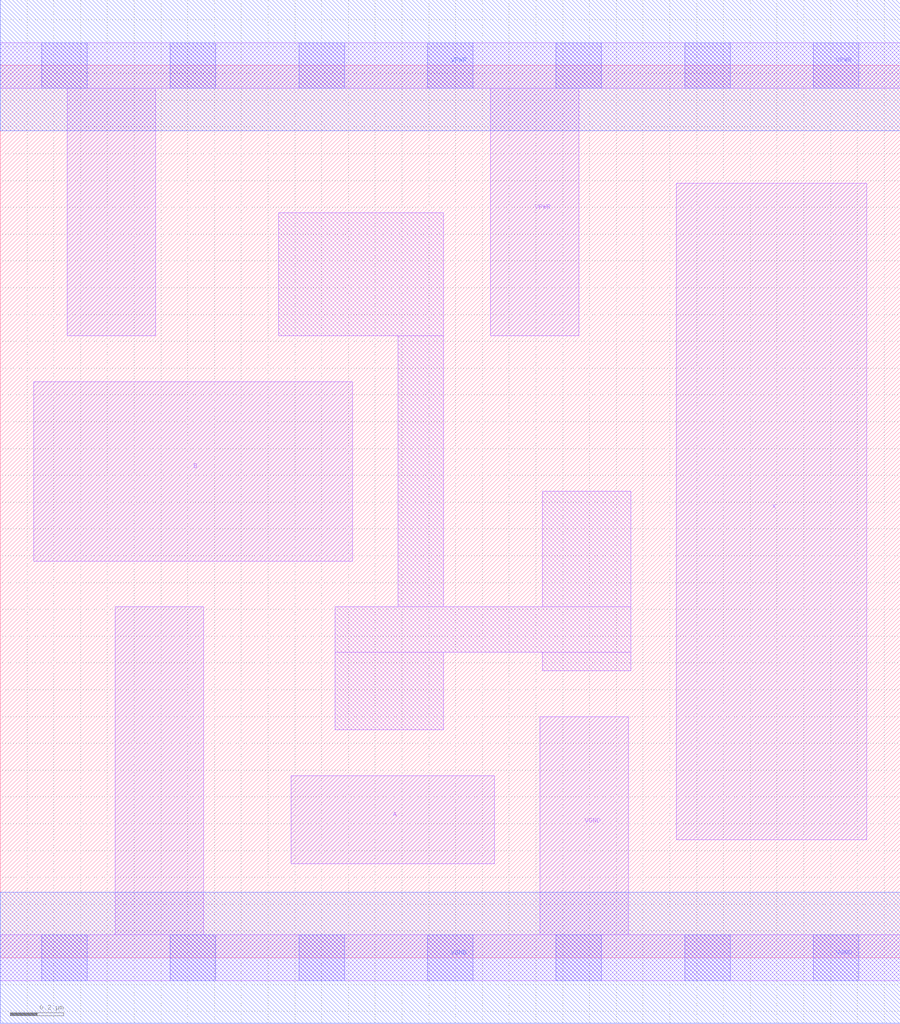
<source format=lef>
# Copyright 2020 The SkyWater PDK Authors
#
# Licensed under the Apache License, Version 2.0 (the "License");
# you may not use this file except in compliance with the License.
# You may obtain a copy of the License at
#
#     https://www.apache.org/licenses/LICENSE-2.0
#
# Unless required by applicable law or agreed to in writing, software
# distributed under the License is distributed on an "AS IS" BASIS,
# WITHOUT WARRANTIES OR CONDITIONS OF ANY KIND, either express or implied.
# See the License for the specific language governing permissions and
# limitations under the License.
#
# SPDX-License-Identifier: Apache-2.0

VERSION 5.7 ;
  NAMESCASESENSITIVE ON ;
  NOWIREEXTENSIONATPIN ON ;
  DIVIDERCHAR "/" ;
  BUSBITCHARS "[]" ;
UNITS
  DATABASE MICRONS 200 ;
END UNITS
MACRO sky130_fd_sc_lp__and2_lp
  CLASS CORE ;
  SOURCE USER ;
  FOREIGN sky130_fd_sc_lp__and2_lp ;
  ORIGIN  0.000000  0.000000 ;
  SIZE  3.360000 BY  3.330000 ;
  SYMMETRY X Y R90 ;
  SITE unit ;
  PIN A
    ANTENNAGATEAREA  0.189000 ;
    DIRECTION INPUT ;
    USE SIGNAL ;
    PORT
      LAYER li1 ;
        RECT 1.085000 0.350000 1.845000 0.680000 ;
    END
  END A
  PIN B
    ANTENNAGATEAREA  0.189000 ;
    DIRECTION INPUT ;
    USE SIGNAL ;
    PORT
      LAYER li1 ;
        RECT 0.125000 1.480000 1.315000 2.150000 ;
    END
  END B
  PIN X
    ANTENNADIFFAREA  0.239400 ;
    DIRECTION OUTPUT ;
    USE SIGNAL ;
    PORT
      LAYER li1 ;
        RECT 2.525000 0.440000 3.235000 2.890000 ;
    END
  END X
  PIN VGND
    DIRECTION INOUT ;
    USE GROUND ;
    PORT
      LAYER li1 ;
        RECT 0.000000 -0.085000 3.360000 0.085000 ;
        RECT 0.430000  0.085000 0.760000 1.310000 ;
        RECT 2.015000  0.085000 2.345000 0.900000 ;
      LAYER mcon ;
        RECT 0.155000 -0.085000 0.325000 0.085000 ;
        RECT 0.635000 -0.085000 0.805000 0.085000 ;
        RECT 1.115000 -0.085000 1.285000 0.085000 ;
        RECT 1.595000 -0.085000 1.765000 0.085000 ;
        RECT 2.075000 -0.085000 2.245000 0.085000 ;
        RECT 2.555000 -0.085000 2.725000 0.085000 ;
        RECT 3.035000 -0.085000 3.205000 0.085000 ;
      LAYER met1 ;
        RECT 0.000000 -0.245000 3.360000 0.245000 ;
    END
  END VGND
  PIN VPWR
    DIRECTION INOUT ;
    USE POWER ;
    PORT
      LAYER li1 ;
        RECT 0.000000 3.245000 3.360000 3.415000 ;
        RECT 0.250000 2.320000 0.580000 3.245000 ;
        RECT 1.830000 2.320000 2.160000 3.245000 ;
      LAYER mcon ;
        RECT 0.155000 3.245000 0.325000 3.415000 ;
        RECT 0.635000 3.245000 0.805000 3.415000 ;
        RECT 1.115000 3.245000 1.285000 3.415000 ;
        RECT 1.595000 3.245000 1.765000 3.415000 ;
        RECT 2.075000 3.245000 2.245000 3.415000 ;
        RECT 2.555000 3.245000 2.725000 3.415000 ;
        RECT 3.035000 3.245000 3.205000 3.415000 ;
      LAYER met1 ;
        RECT 0.000000 3.085000 3.360000 3.575000 ;
    END
  END VPWR
  OBS
    LAYER li1 ;
      RECT 1.040000 2.320000 1.655000 2.780000 ;
      RECT 1.250000 0.850000 1.655000 1.140000 ;
      RECT 1.250000 1.140000 2.355000 1.310000 ;
      RECT 1.485000 1.310000 1.655000 2.320000 ;
      RECT 2.025000 1.070000 2.355000 1.140000 ;
      RECT 2.025000 1.310000 2.355000 1.740000 ;
  END
END sky130_fd_sc_lp__and2_lp

</source>
